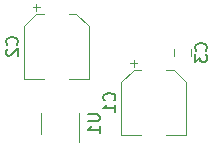
<source format=gbr>
G04 #@! TF.GenerationSoftware,KiCad,Pcbnew,5.0.0-fee4fd1~66~ubuntu18.04.1*
G04 #@! TF.CreationDate,2018-10-20T19:30:02+02:00*
G04 #@! TF.ProjectId,bmp280-sensor-board,626D703238302D73656E736F722D626F,rev?*
G04 #@! TF.SameCoordinates,Original*
G04 #@! TF.FileFunction,Legend,Bot*
G04 #@! TF.FilePolarity,Positive*
%FSLAX46Y46*%
G04 Gerber Fmt 4.6, Leading zero omitted, Abs format (unit mm)*
G04 Created by KiCad (PCBNEW 5.0.0-fee4fd1~66~ubuntu18.04.1) date Sat Oct 20 19:30:02 2018*
%MOMM*%
%LPD*%
G01*
G04 APERTURE LIST*
%ADD10C,0.120000*%
%ADD11C,0.150000*%
G04 APERTURE END LIST*
D10*
G04 #@! TO.C,C1*
X116425000Y-54490000D02*
X114725000Y-54490000D01*
X110905000Y-54490000D02*
X112605000Y-54490000D01*
X110905000Y-50034437D02*
X110905000Y-54490000D01*
X116425000Y-50034437D02*
X116425000Y-54490000D01*
X115360563Y-48970000D02*
X114725000Y-48970000D01*
X111969437Y-48970000D02*
X112605000Y-48970000D01*
X111969437Y-48970000D02*
X110905000Y-50034437D01*
X115360563Y-48970000D02*
X116425000Y-50034437D01*
X111980000Y-48105000D02*
X111980000Y-48730000D01*
X111667500Y-48417500D02*
X112292500Y-48417500D01*
G04 #@! TO.C,C2*
X108170000Y-49750000D02*
X106470000Y-49750000D01*
X102650000Y-49750000D02*
X104350000Y-49750000D01*
X102650000Y-45294437D02*
X102650000Y-49750000D01*
X108170000Y-45294437D02*
X108170000Y-49750000D01*
X107105563Y-44230000D02*
X106470000Y-44230000D01*
X103714437Y-44230000D02*
X104350000Y-44230000D01*
X103714437Y-44230000D02*
X102650000Y-45294437D01*
X107105563Y-44230000D02*
X108170000Y-45294437D01*
X103725000Y-43365000D02*
X103725000Y-43990000D01*
X103412500Y-43677500D02*
X104037500Y-43677500D01*
G04 #@! TO.C,U1*
X104120000Y-54410000D02*
X104120000Y-52610000D01*
X107340000Y-52610000D02*
X107340000Y-55060000D01*
G04 #@! TO.C,C3*
X116788000Y-47759252D02*
X116788000Y-47236748D01*
X115368000Y-47759252D02*
X115368000Y-47236748D01*
G04 #@! TO.C,C1*
D11*
X110322142Y-51563333D02*
X110369761Y-51515714D01*
X110417380Y-51372857D01*
X110417380Y-51277619D01*
X110369761Y-51134761D01*
X110274523Y-51039523D01*
X110179285Y-50991904D01*
X109988809Y-50944285D01*
X109845952Y-50944285D01*
X109655476Y-50991904D01*
X109560238Y-51039523D01*
X109465000Y-51134761D01*
X109417380Y-51277619D01*
X109417380Y-51372857D01*
X109465000Y-51515714D01*
X109512619Y-51563333D01*
X110417380Y-52515714D02*
X110417380Y-51944285D01*
X110417380Y-52230000D02*
X109417380Y-52230000D01*
X109560238Y-52134761D01*
X109655476Y-52039523D01*
X109703095Y-51944285D01*
G04 #@! TO.C,C2*
X102067142Y-46823333D02*
X102114761Y-46775714D01*
X102162380Y-46632857D01*
X102162380Y-46537619D01*
X102114761Y-46394761D01*
X102019523Y-46299523D01*
X101924285Y-46251904D01*
X101733809Y-46204285D01*
X101590952Y-46204285D01*
X101400476Y-46251904D01*
X101305238Y-46299523D01*
X101210000Y-46394761D01*
X101162380Y-46537619D01*
X101162380Y-46632857D01*
X101210000Y-46775714D01*
X101257619Y-46823333D01*
X101257619Y-47204285D02*
X101210000Y-47251904D01*
X101162380Y-47347142D01*
X101162380Y-47585238D01*
X101210000Y-47680476D01*
X101257619Y-47728095D01*
X101352857Y-47775714D01*
X101448095Y-47775714D01*
X101590952Y-47728095D01*
X102162380Y-47156666D01*
X102162380Y-47775714D01*
G04 #@! TO.C,U1*
X108082380Y-52748095D02*
X108891904Y-52748095D01*
X108987142Y-52795714D01*
X109034761Y-52843333D01*
X109082380Y-52938571D01*
X109082380Y-53129047D01*
X109034761Y-53224285D01*
X108987142Y-53271904D01*
X108891904Y-53319523D01*
X108082380Y-53319523D01*
X109082380Y-54319523D02*
X109082380Y-53748095D01*
X109082380Y-54033809D02*
X108082380Y-54033809D01*
X108225238Y-53938571D01*
X108320476Y-53843333D01*
X108368095Y-53748095D01*
G04 #@! TO.C,C3*
X118085142Y-47331333D02*
X118132761Y-47283714D01*
X118180380Y-47140857D01*
X118180380Y-47045619D01*
X118132761Y-46902761D01*
X118037523Y-46807523D01*
X117942285Y-46759904D01*
X117751809Y-46712285D01*
X117608952Y-46712285D01*
X117418476Y-46759904D01*
X117323238Y-46807523D01*
X117228000Y-46902761D01*
X117180380Y-47045619D01*
X117180380Y-47140857D01*
X117228000Y-47283714D01*
X117275619Y-47331333D01*
X117180380Y-47664666D02*
X117180380Y-48283714D01*
X117561333Y-47950380D01*
X117561333Y-48093238D01*
X117608952Y-48188476D01*
X117656571Y-48236095D01*
X117751809Y-48283714D01*
X117989904Y-48283714D01*
X118085142Y-48236095D01*
X118132761Y-48188476D01*
X118180380Y-48093238D01*
X118180380Y-47807523D01*
X118132761Y-47712285D01*
X118085142Y-47664666D01*
G04 #@! TD*
M02*

</source>
